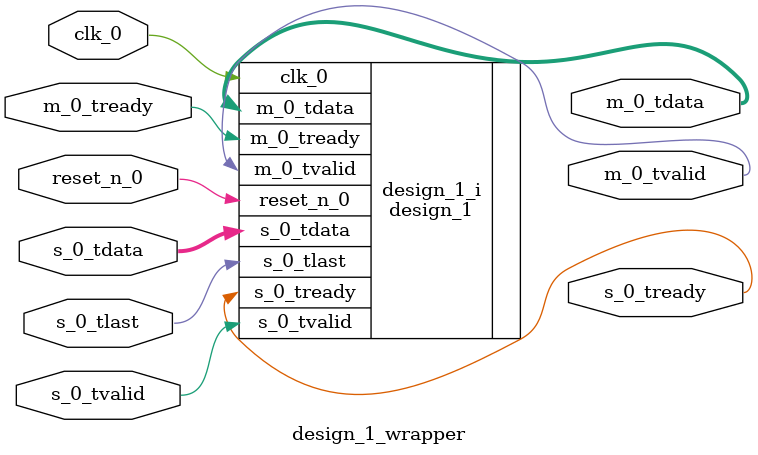
<source format=v>
`timescale 1 ps / 1 ps

module design_1_wrapper
   (clk_0,
    m_0_tdata,
    m_0_tready,
    m_0_tvalid,
    reset_n_0,
    s_0_tdata,
    s_0_tlast,
    s_0_tready,
    s_0_tvalid);
  input clk_0;
  output [7:0]m_0_tdata;
  input m_0_tready;
  output m_0_tvalid;
  input reset_n_0;
  input [7:0]s_0_tdata;
  input s_0_tlast;
  output s_0_tready;
  input s_0_tvalid;

  wire clk_0;
  wire [7:0]m_0_tdata;
  wire m_0_tready;
  wire m_0_tvalid;
  wire reset_n_0;
  wire [7:0]s_0_tdata;
  wire s_0_tlast;
  wire s_0_tready;
  wire s_0_tvalid;

  design_1 design_1_i
       (.clk_0(clk_0),
        .m_0_tdata(m_0_tdata),
        .m_0_tready(m_0_tready),
        .m_0_tvalid(m_0_tvalid),
        .reset_n_0(reset_n_0),
        .s_0_tdata(s_0_tdata),
        .s_0_tlast(s_0_tlast),
        .s_0_tready(s_0_tready),
        .s_0_tvalid(s_0_tvalid));
endmodule

</source>
